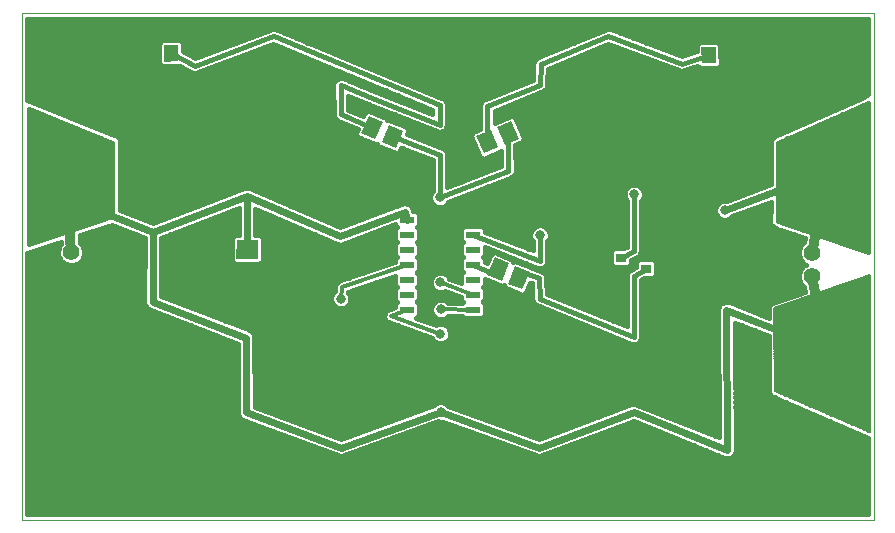
<source format=gtl>
G75*
%MOIN*%
%OFA0B0*%
%FSLAX25Y25*%
%IPPOS*%
%LPD*%
%AMOC8*
5,1,8,0,0,1.08239X$1,22.5*
%
%ADD10C,0.00394*%
%ADD11R,0.06299X0.07087*%
%ADD12R,0.04724X0.05512*%
%ADD13R,0.03543X0.03150*%
%ADD14R,0.05118X0.06299*%
%ADD15R,0.04724X0.02362*%
%ADD16C,0.21500*%
%ADD17C,0.05543*%
%ADD18C,0.02400*%
%ADD19C,0.03200*%
%ADD20C,0.01600*%
%ADD21C,0.01200*%
%ADD22C,0.03200*%
%ADD23C,0.00600*%
D10*
X0013386Y0011105D02*
X0297323Y0011105D01*
X0297323Y0179954D01*
X0013386Y0179954D01*
X0013386Y0011105D01*
D11*
G36*
X0084805Y0087015D02*
X0084860Y0093311D01*
X0091945Y0093249D01*
X0091890Y0086953D01*
X0084805Y0087015D01*
G37*
G36*
X0084901Y0098039D02*
X0084956Y0104335D01*
X0092041Y0104273D01*
X0091986Y0097977D01*
X0084901Y0098039D01*
G37*
D12*
G36*
X0060743Y0169329D02*
X0065466Y0169378D01*
X0065523Y0163867D01*
X0060800Y0163818D01*
X0060743Y0169329D01*
G37*
G36*
X0048933Y0169205D02*
X0053656Y0169254D01*
X0053713Y0163743D01*
X0048990Y0163694D01*
X0048933Y0169205D01*
G37*
G36*
X0244658Y0163252D02*
X0239935Y0163186D01*
X0239858Y0168696D01*
X0244581Y0168762D01*
X0244658Y0163252D01*
G37*
G36*
X0256467Y0163417D02*
X0251744Y0163351D01*
X0251667Y0168861D01*
X0256390Y0168927D01*
X0256467Y0163417D01*
G37*
D13*
X0221359Y0102195D03*
X0213091Y0098454D03*
X0221359Y0094714D03*
D14*
G36*
X0180160Y0087869D02*
X0175436Y0089836D01*
X0177856Y0095649D01*
X0182580Y0093682D01*
X0180160Y0087869D01*
G37*
G36*
X0173254Y0090743D02*
X0168530Y0092710D01*
X0170950Y0098523D01*
X0175674Y0096556D01*
X0173254Y0090743D01*
G37*
G36*
X0164907Y0138991D02*
X0169610Y0141007D01*
X0172091Y0135219D01*
X0167388Y0133203D01*
X0164907Y0138991D01*
G37*
G36*
X0171783Y0141937D02*
X0176486Y0143953D01*
X0178967Y0138165D01*
X0174264Y0136149D01*
X0171783Y0141937D01*
G37*
G36*
X0135794Y0142761D02*
X0140493Y0140736D01*
X0138002Y0134953D01*
X0133303Y0136978D01*
X0135794Y0142761D01*
G37*
G36*
X0128924Y0145720D02*
X0133623Y0143695D01*
X0131132Y0137912D01*
X0126433Y0139937D01*
X0128924Y0145720D01*
G37*
D15*
X0141657Y0111131D03*
X0141657Y0106131D03*
X0141657Y0101131D03*
X0141657Y0096131D03*
X0141657Y0091131D03*
X0141657Y0086131D03*
X0141657Y0081131D03*
X0163704Y0081131D03*
X0163704Y0086131D03*
X0163704Y0091131D03*
X0163704Y0096131D03*
X0163704Y0101131D03*
X0163704Y0106131D03*
X0163704Y0111131D03*
D16*
X0281394Y0124699D03*
X0281537Y0067175D03*
X0028696Y0067095D03*
X0028101Y0124812D03*
D17*
X0029859Y0100283D03*
X0029859Y0092409D03*
X0276620Y0092218D03*
X0276620Y0100092D03*
D18*
X0275336Y0124561D02*
X0247715Y0114291D01*
X0275336Y0124561D02*
X0281394Y0124699D01*
X0276286Y0070061D02*
X0248229Y0080912D01*
X0248537Y0034391D01*
X0217363Y0046920D01*
X0185699Y0035128D01*
X0153028Y0046978D01*
X0153053Y0047165D01*
X0119670Y0035128D01*
X0088209Y0046844D01*
X0088093Y0071729D01*
X0056937Y0083784D01*
X0057074Y0107071D01*
X0029919Y0117526D01*
X0057074Y0107071D02*
X0088335Y0118924D01*
X0119443Y0105626D01*
X0141007Y0113775D01*
X0141657Y0111131D01*
X0088356Y0118925D02*
X0088471Y0101156D01*
X0029859Y0092409D02*
X0028696Y0067095D01*
X0276286Y0070061D02*
X0281537Y0067175D01*
D19*
X0247715Y0114291D03*
X0217474Y0119553D03*
X0186061Y0105976D03*
X0152639Y0118539D03*
X0152884Y0090214D03*
X0153030Y0081208D03*
X0152901Y0073133D03*
X0119675Y0084709D03*
X0088392Y0076545D03*
X0153028Y0046978D03*
D20*
X0150885Y0049360D02*
X0119686Y0038110D01*
X0091000Y0048793D01*
X0090896Y0071213D01*
X0090906Y0071238D01*
X0090893Y0071769D01*
X0090891Y0072299D01*
X0090880Y0072324D01*
X0090879Y0072352D01*
X0090665Y0072837D01*
X0090460Y0073326D01*
X0090440Y0073346D01*
X0090429Y0073371D01*
X0090045Y0073737D01*
X0089668Y0074110D01*
X0089643Y0074121D01*
X0089623Y0074140D01*
X0089129Y0074331D01*
X0088637Y0074532D01*
X0088610Y0074532D01*
X0059748Y0085698D01*
X0059862Y0105134D01*
X0085582Y0114886D01*
X0085640Y0105930D01*
X0084307Y0105942D01*
X0083361Y0105013D01*
X0083295Y0097388D01*
X0084224Y0096443D01*
X0092635Y0096369D01*
X0093581Y0097298D01*
X0093647Y0104923D01*
X0092718Y0105868D01*
X0091240Y0105881D01*
X0091184Y0114661D01*
X0118317Y0103063D01*
X0118798Y0102845D01*
X0118828Y0102844D01*
X0118855Y0102833D01*
X0119383Y0102827D01*
X0119912Y0102810D01*
X0119939Y0102820D01*
X0119968Y0102820D01*
X0120459Y0103017D01*
X0137694Y0109530D01*
X0137694Y0109287D01*
X0138351Y0108631D01*
X0137694Y0107975D01*
X0137694Y0104287D01*
X0138351Y0103631D01*
X0137694Y0102975D01*
X0137694Y0099287D01*
X0138351Y0098631D01*
X0137694Y0097975D01*
X0137694Y0097097D01*
X0119780Y0090945D01*
X0119343Y0090986D01*
X0118952Y0090661D01*
X0118471Y0090496D01*
X0118278Y0090102D01*
X0117941Y0089822D01*
X0117894Y0089315D01*
X0117670Y0088858D01*
X0117813Y0088444D01*
X0117703Y0087263D01*
X0116962Y0086522D01*
X0116475Y0085346D01*
X0116475Y0084073D01*
X0116962Y0082896D01*
X0117862Y0081996D01*
X0119038Y0081509D01*
X0120311Y0081509D01*
X0121487Y0081996D01*
X0122387Y0082896D01*
X0122874Y0084073D01*
X0122874Y0085346D01*
X0122387Y0086522D01*
X0122081Y0086828D01*
X0122106Y0087092D01*
X0137694Y0092445D01*
X0137694Y0089287D01*
X0138351Y0088631D01*
X0137694Y0087975D01*
X0137694Y0084287D01*
X0138351Y0083631D01*
X0137694Y0082975D01*
X0137694Y0081847D01*
X0136393Y0081298D01*
X0136337Y0081317D01*
X0135561Y0080946D01*
X0134769Y0080612D01*
X0134746Y0080557D01*
X0134693Y0080532D01*
X0134406Y0079721D01*
X0134082Y0078924D01*
X0134105Y0078869D01*
X0134086Y0078813D01*
X0134457Y0078037D01*
X0134791Y0077245D01*
X0134846Y0077222D01*
X0134872Y0077169D01*
X0135683Y0076882D01*
X0136479Y0076558D01*
X0136534Y0076581D01*
X0149975Y0071833D01*
X0150188Y0071320D01*
X0151088Y0070420D01*
X0152264Y0069933D01*
X0153537Y0069933D01*
X0154713Y0070420D01*
X0155613Y0071320D01*
X0156101Y0072496D01*
X0156101Y0073769D01*
X0155613Y0074946D01*
X0154713Y0075846D01*
X0153537Y0076333D01*
X0152264Y0076333D01*
X0151428Y0075986D01*
X0144696Y0078365D01*
X0145619Y0079287D01*
X0145619Y0082975D01*
X0144963Y0083631D01*
X0145619Y0084287D01*
X0145619Y0087975D01*
X0144963Y0088631D01*
X0145619Y0089287D01*
X0145619Y0092975D01*
X0144963Y0093631D01*
X0145619Y0094287D01*
X0145619Y0097975D01*
X0144963Y0098631D01*
X0145619Y0099287D01*
X0145619Y0102975D01*
X0144963Y0103631D01*
X0145619Y0104287D01*
X0145619Y0107975D01*
X0144963Y0108631D01*
X0145619Y0109287D01*
X0145619Y0112975D01*
X0144682Y0113912D01*
X0143857Y0113912D01*
X0143818Y0114071D01*
X0143824Y0114244D01*
X0143686Y0114607D01*
X0143594Y0114984D01*
X0143491Y0115124D01*
X0143430Y0115286D01*
X0143164Y0115569D01*
X0142935Y0115882D01*
X0142786Y0115972D01*
X0142667Y0116098D01*
X0142314Y0116258D01*
X0141982Y0116459D01*
X0141810Y0116485D01*
X0141652Y0116556D01*
X0141264Y0116569D01*
X0140881Y0116627D01*
X0140712Y0116586D01*
X0140539Y0116591D01*
X0140176Y0116454D01*
X0139799Y0116362D01*
X0139659Y0116259D01*
X0119507Y0108644D01*
X0089962Y0121273D01*
X0089927Y0121309D01*
X0089225Y0121594D01*
X0088977Y0121706D01*
X0088949Y0121707D01*
X0088924Y0121717D01*
X0088921Y0121717D01*
X0088895Y0121728D01*
X0088352Y0121725D01*
X0087863Y0121739D01*
X0087838Y0121730D01*
X0087810Y0121730D01*
X0087788Y0121721D01*
X0087781Y0121721D01*
X0087658Y0121669D01*
X0087318Y0121533D01*
X0057081Y0110068D01*
X0046172Y0114269D01*
X0046172Y0136122D01*
X0046176Y0136130D01*
X0046172Y0136678D01*
X0046172Y0137226D01*
X0046169Y0137235D01*
X0046168Y0137244D01*
X0045956Y0137749D01*
X0045746Y0138256D01*
X0045739Y0138262D01*
X0045736Y0138271D01*
X0045346Y0138655D01*
X0044958Y0139043D01*
X0044950Y0139047D01*
X0044943Y0139053D01*
X0044436Y0139259D01*
X0043929Y0139469D01*
X0043920Y0139469D01*
X0015183Y0151160D01*
X0015183Y0178158D01*
X0295526Y0178158D01*
X0295526Y0152867D01*
X0294515Y0152287D01*
X0294129Y0152118D01*
X0294123Y0152118D01*
X0293690Y0151927D01*
X0293259Y0151739D01*
X0293255Y0151734D01*
X0264447Y0139000D01*
X0264026Y0138823D01*
X0264010Y0138808D01*
X0263991Y0138799D01*
X0263676Y0138468D01*
X0263459Y0138250D01*
X0263081Y0138086D01*
X0263077Y0137461D01*
X0262995Y0137259D01*
X0262995Y0137238D01*
X0262987Y0137218D01*
X0262998Y0136761D01*
X0263033Y0130925D01*
X0262980Y0122954D01*
X0248287Y0117491D01*
X0247078Y0117491D01*
X0245902Y0117004D01*
X0245002Y0116104D01*
X0244515Y0114928D01*
X0244515Y0113655D01*
X0245002Y0112479D01*
X0245902Y0111578D01*
X0247078Y0111091D01*
X0248351Y0111091D01*
X0249527Y0111578D01*
X0250163Y0112214D01*
X0262940Y0116965D01*
X0262889Y0109294D01*
X0263677Y0109030D01*
X0263919Y0108817D01*
X0264210Y0108530D01*
X0264276Y0108503D01*
X0264329Y0108456D01*
X0264716Y0108324D01*
X0265095Y0108170D01*
X0265165Y0108170D01*
X0274320Y0105039D01*
X0274064Y0103719D01*
X0272914Y0102569D01*
X0272248Y0100962D01*
X0272248Y0099223D01*
X0272914Y0097616D01*
X0274144Y0096386D01*
X0274701Y0096155D01*
X0274144Y0095924D01*
X0272914Y0094695D01*
X0272248Y0093088D01*
X0272248Y0091349D01*
X0272914Y0089742D01*
X0274073Y0088583D01*
X0274362Y0087110D01*
X0263855Y0083474D01*
X0263388Y0083474D01*
X0263141Y0083226D01*
X0262810Y0083112D01*
X0262606Y0082691D01*
X0262275Y0082361D01*
X0262275Y0082281D01*
X0262272Y0082278D01*
X0262273Y0082006D01*
X0262122Y0081696D01*
X0262275Y0081254D01*
X0262275Y0080712D01*
X0262278Y0080709D01*
X0262287Y0078477D01*
X0249262Y0083515D01*
X0248768Y0083716D01*
X0248743Y0083716D01*
X0248720Y0083725D01*
X0248187Y0083712D01*
X0247654Y0083708D01*
X0247631Y0083699D01*
X0247606Y0083698D01*
X0247119Y0083483D01*
X0246628Y0083275D01*
X0246610Y0083258D01*
X0246588Y0083248D01*
X0246220Y0082862D01*
X0245845Y0082483D01*
X0245836Y0082460D01*
X0245819Y0082442D01*
X0245627Y0081944D01*
X0245426Y0081451D01*
X0245426Y0081426D01*
X0245417Y0081403D01*
X0245430Y0080870D01*
X0245709Y0038545D01*
X0218468Y0049493D01*
X0218021Y0049698D01*
X0217954Y0049700D01*
X0217891Y0049725D01*
X0217399Y0049720D01*
X0216908Y0049738D01*
X0216845Y0049714D01*
X0216777Y0049714D01*
X0216325Y0049521D01*
X0185686Y0038111D01*
X0155456Y0049076D01*
X0154841Y0049691D01*
X0153665Y0050178D01*
X0152392Y0050178D01*
X0151216Y0049691D01*
X0150885Y0049360D01*
X0148994Y0048678D02*
X0091307Y0048678D01*
X0090993Y0050277D02*
X0245632Y0050277D01*
X0245621Y0051875D02*
X0090985Y0051875D01*
X0090978Y0053474D02*
X0245611Y0053474D01*
X0245600Y0055072D02*
X0090971Y0055072D01*
X0090963Y0056671D02*
X0245590Y0056671D01*
X0245579Y0058269D02*
X0090956Y0058269D01*
X0090948Y0059868D02*
X0245568Y0059868D01*
X0245558Y0061466D02*
X0090941Y0061466D01*
X0090933Y0063065D02*
X0245547Y0063065D01*
X0245537Y0064663D02*
X0090926Y0064663D01*
X0090919Y0066262D02*
X0245526Y0066262D01*
X0245516Y0067860D02*
X0090911Y0067860D01*
X0090904Y0069459D02*
X0245505Y0069459D01*
X0245495Y0071057D02*
X0219559Y0071057D01*
X0219569Y0071082D02*
X0219748Y0071514D01*
X0219748Y0071523D01*
X0219752Y0071531D01*
X0219749Y0072001D01*
X0219764Y0090958D01*
X0220733Y0091539D01*
X0223793Y0091539D01*
X0224730Y0092477D01*
X0224730Y0096952D01*
X0223793Y0097889D01*
X0218924Y0097889D01*
X0217987Y0096952D01*
X0217987Y0095490D01*
X0216283Y0094467D01*
X0216007Y0094353D01*
X0215877Y0094223D01*
X0215720Y0094129D01*
X0215543Y0093889D01*
X0215331Y0093678D01*
X0215261Y0093509D01*
X0215152Y0093362D01*
X0215080Y0093072D01*
X0214965Y0092796D01*
X0214965Y0092613D01*
X0214921Y0092436D01*
X0214965Y0092140D01*
X0214952Y0075561D01*
X0188317Y0086404D01*
X0188214Y0091120D01*
X0188214Y0091121D01*
X0188203Y0091604D01*
X0188193Y0092074D01*
X0188192Y0092074D01*
X0188192Y0092075D01*
X0187998Y0092516D01*
X0187808Y0092948D01*
X0187808Y0092948D01*
X0187807Y0092949D01*
X0187467Y0093274D01*
X0187118Y0093608D01*
X0187117Y0093609D01*
X0186676Y0093780D01*
X0186229Y0093954D01*
X0186228Y0093954D01*
X0183813Y0094891D01*
X0183807Y0094905D01*
X0177859Y0097382D01*
X0177181Y0097102D01*
X0176902Y0097780D01*
X0170953Y0100256D01*
X0169727Y0099751D01*
X0168444Y0096668D01*
X0167666Y0097011D01*
X0167666Y0097975D01*
X0167010Y0098631D01*
X0167666Y0099287D01*
X0167666Y0101992D01*
X0185130Y0095115D01*
X0185548Y0094941D01*
X0185574Y0094941D01*
X0185598Y0094931D01*
X0186050Y0094939D01*
X0186502Y0094938D01*
X0186526Y0094947D01*
X0186552Y0094948D01*
X0186967Y0095128D01*
X0187386Y0095300D01*
X0187404Y0095318D01*
X0187428Y0095329D01*
X0187742Y0095654D01*
X0188063Y0095973D01*
X0188073Y0095997D01*
X0188091Y0096016D01*
X0188257Y0096436D01*
X0188431Y0096854D01*
X0188431Y0096880D01*
X0188441Y0096904D01*
X0188433Y0097356D01*
X0188454Y0103844D01*
X0188774Y0104163D01*
X0189261Y0105339D01*
X0189261Y0106612D01*
X0188774Y0107789D01*
X0187873Y0108689D01*
X0186697Y0109176D01*
X0185424Y0109176D01*
X0184248Y0108689D01*
X0183348Y0107789D01*
X0182861Y0106612D01*
X0182861Y0105339D01*
X0183348Y0104163D01*
X0183654Y0103857D01*
X0183644Y0100859D01*
X0167666Y0107150D01*
X0167666Y0107975D01*
X0166729Y0108912D01*
X0160679Y0108912D01*
X0159742Y0107975D01*
X0159742Y0104287D01*
X0160398Y0103631D01*
X0159742Y0102975D01*
X0159742Y0099287D01*
X0160398Y0098631D01*
X0159742Y0097975D01*
X0159742Y0094287D01*
X0160398Y0093631D01*
X0159742Y0092975D01*
X0159742Y0089978D01*
X0155835Y0091452D01*
X0155597Y0092027D01*
X0154697Y0092927D01*
X0153520Y0093414D01*
X0152247Y0093414D01*
X0151071Y0092927D01*
X0150171Y0092027D01*
X0149684Y0090851D01*
X0149684Y0089578D01*
X0150171Y0088402D01*
X0151071Y0087502D01*
X0152247Y0087014D01*
X0153520Y0087014D01*
X0154289Y0087333D01*
X0159742Y0085275D01*
X0159742Y0084287D01*
X0160398Y0083631D01*
X0160124Y0083357D01*
X0155372Y0083391D01*
X0154843Y0083921D01*
X0153666Y0084408D01*
X0152393Y0084408D01*
X0151217Y0083921D01*
X0150317Y0083020D01*
X0149830Y0081844D01*
X0149830Y0080571D01*
X0150317Y0079395D01*
X0151217Y0078495D01*
X0152393Y0078008D01*
X0153666Y0078008D01*
X0154843Y0078495D01*
X0155339Y0078991D01*
X0160072Y0078957D01*
X0160679Y0078350D01*
X0166729Y0078350D01*
X0167666Y0079287D01*
X0167666Y0082975D01*
X0167010Y0083631D01*
X0167666Y0084287D01*
X0167666Y0087975D01*
X0167010Y0088631D01*
X0167666Y0089287D01*
X0167666Y0091335D01*
X0173251Y0089010D01*
X0173929Y0089290D01*
X0174208Y0088612D01*
X0180157Y0086136D01*
X0181382Y0086641D01*
X0182832Y0090123D01*
X0183439Y0089887D01*
X0183552Y0084742D01*
X0183555Y0084283D01*
X0183563Y0084265D01*
X0183563Y0084245D01*
X0183748Y0083825D01*
X0183926Y0083403D01*
X0183940Y0083390D01*
X0183948Y0083372D01*
X0184279Y0083054D01*
X0184605Y0082732D01*
X0184623Y0082725D01*
X0184637Y0082711D01*
X0185065Y0082545D01*
X0216438Y0069773D01*
X0216869Y0069594D01*
X0216878Y0069594D01*
X0216886Y0069591D01*
X0217356Y0069594D01*
X0217824Y0069593D01*
X0217832Y0069597D01*
X0217841Y0069597D01*
X0218273Y0069779D01*
X0218707Y0069958D01*
X0218713Y0069964D01*
X0218721Y0069967D01*
X0219050Y0070301D01*
X0219382Y0070633D01*
X0219386Y0070640D01*
X0219392Y0070647D01*
X0219569Y0071082D01*
X0219749Y0072656D02*
X0245484Y0072656D01*
X0245473Y0074255D02*
X0219751Y0074255D01*
X0219752Y0075853D02*
X0245463Y0075853D01*
X0245452Y0077452D02*
X0219753Y0077452D01*
X0219754Y0079050D02*
X0245442Y0079050D01*
X0245431Y0080649D02*
X0219756Y0080649D01*
X0219757Y0082247D02*
X0245744Y0082247D01*
X0252540Y0082247D02*
X0262272Y0082247D01*
X0262278Y0080649D02*
X0256674Y0080649D01*
X0260807Y0079050D02*
X0262285Y0079050D01*
X0264930Y0083846D02*
X0219758Y0083846D01*
X0219759Y0085444D02*
X0269548Y0085444D01*
X0274166Y0087043D02*
X0219761Y0087043D01*
X0219762Y0088641D02*
X0274015Y0088641D01*
X0272708Y0090240D02*
X0219763Y0090240D01*
X0214963Y0090240D02*
X0188233Y0090240D01*
X0188198Y0091838D02*
X0214964Y0091838D01*
X0215207Y0093437D02*
X0187297Y0093437D01*
X0187118Y0093608D02*
X0187118Y0093608D01*
X0186753Y0095035D02*
X0217230Y0095035D01*
X0216463Y0096217D02*
X0215525Y0095280D01*
X0210657Y0095280D01*
X0209719Y0096217D01*
X0209719Y0100692D01*
X0210657Y0101629D01*
X0213945Y0101629D01*
X0214930Y0102154D01*
X0215056Y0117445D01*
X0214761Y0117740D01*
X0214274Y0118916D01*
X0214274Y0120189D01*
X0214761Y0121366D01*
X0215661Y0122266D01*
X0216837Y0122753D01*
X0218110Y0122753D01*
X0219286Y0122266D01*
X0220186Y0121366D01*
X0220674Y0120189D01*
X0220674Y0118916D01*
X0220186Y0117740D01*
X0219856Y0117410D01*
X0219719Y0100814D01*
X0219753Y0100465D01*
X0219715Y0100340D01*
X0219714Y0100210D01*
X0219577Y0099887D01*
X0219474Y0099552D01*
X0219392Y0099451D01*
X0219341Y0099331D01*
X0219091Y0099085D01*
X0218868Y0098814D01*
X0218753Y0098753D01*
X0218660Y0098662D01*
X0218335Y0098530D01*
X0216463Y0097532D01*
X0216463Y0096217D01*
X0216463Y0096634D02*
X0217987Y0096634D01*
X0217776Y0098232D02*
X0272659Y0098232D01*
X0272248Y0099831D02*
X0219559Y0099831D01*
X0219724Y0101429D02*
X0272442Y0101429D01*
X0273373Y0103028D02*
X0219737Y0103028D01*
X0219750Y0104626D02*
X0274240Y0104626D01*
X0270853Y0106225D02*
X0219763Y0106225D01*
X0219777Y0107823D02*
X0266179Y0107823D01*
X0265557Y0110573D02*
X0265398Y0136797D01*
X0294656Y0149730D01*
X0295526Y0150110D01*
X0295526Y0100322D01*
X0265557Y0110573D01*
X0265555Y0111020D02*
X0295526Y0111020D01*
X0295526Y0109422D02*
X0268922Y0109422D01*
X0265545Y0112619D02*
X0295526Y0112619D01*
X0295526Y0114217D02*
X0265535Y0114217D01*
X0265525Y0115816D02*
X0295526Y0115816D01*
X0295526Y0117414D02*
X0265516Y0117414D01*
X0265506Y0119013D02*
X0295526Y0119013D01*
X0295526Y0120611D02*
X0265496Y0120611D01*
X0265487Y0122210D02*
X0295526Y0122210D01*
X0295526Y0123808D02*
X0265477Y0123808D01*
X0265467Y0125407D02*
X0295526Y0125407D01*
X0295526Y0127005D02*
X0265457Y0127005D01*
X0265448Y0128604D02*
X0295526Y0128604D01*
X0295526Y0130202D02*
X0265438Y0130202D01*
X0265428Y0131801D02*
X0295526Y0131801D01*
X0295526Y0133399D02*
X0265418Y0133399D01*
X0265409Y0134998D02*
X0295526Y0134998D01*
X0295526Y0136596D02*
X0265399Y0136596D01*
X0262999Y0136596D02*
X0179371Y0136596D01*
X0180207Y0136955D02*
X0180699Y0138186D01*
X0177696Y0145194D01*
X0176465Y0145686D01*
X0170919Y0143309D01*
X0170931Y0147459D01*
X0186984Y0153927D01*
X0187414Y0154093D01*
X0187426Y0154105D01*
X0187443Y0154112D01*
X0187772Y0154434D01*
X0188105Y0154752D01*
X0188112Y0154768D01*
X0188124Y0154780D01*
X0188305Y0155204D01*
X0188491Y0155625D01*
X0188491Y0155643D01*
X0188498Y0155659D01*
X0188503Y0156119D01*
X0188627Y0161358D01*
X0208798Y0169723D01*
X0232362Y0160940D01*
X0232658Y0160788D01*
X0232806Y0160775D01*
X0232946Y0160723D01*
X0233278Y0160735D01*
X0233609Y0160707D01*
X0233751Y0160752D01*
X0233900Y0160757D01*
X0234202Y0160895D01*
X0238567Y0162283D01*
X0239294Y0161577D01*
X0245343Y0161661D01*
X0246267Y0162611D01*
X0246172Y0169448D01*
X0245221Y0170372D01*
X0239172Y0170288D01*
X0238248Y0169337D01*
X0238278Y0167227D01*
X0233399Y0165677D01*
X0209630Y0174536D01*
X0209228Y0174702D01*
X0209184Y0174702D01*
X0209142Y0174717D01*
X0208708Y0174702D01*
X0208273Y0174702D01*
X0208232Y0174685D01*
X0208188Y0174683D01*
X0207793Y0174502D01*
X0185372Y0165205D01*
X0184954Y0165043D01*
X0184932Y0165022D01*
X0184905Y0165011D01*
X0184588Y0164694D01*
X0184263Y0164384D01*
X0184251Y0164357D01*
X0184230Y0164336D01*
X0184058Y0163921D01*
X0183877Y0163511D01*
X0183876Y0163481D01*
X0183865Y0163453D01*
X0183865Y0163005D01*
X0183741Y0157795D01*
X0168075Y0151483D01*
X0168066Y0151483D01*
X0167632Y0151305D01*
X0167197Y0151129D01*
X0167191Y0151123D01*
X0167183Y0151120D01*
X0166851Y0150790D01*
X0166515Y0150461D01*
X0166512Y0150453D01*
X0166506Y0150447D01*
X0166325Y0150014D01*
X0166141Y0149582D01*
X0166141Y0149574D01*
X0166138Y0149566D01*
X0166136Y0149097D01*
X0166132Y0148627D01*
X0166135Y0148620D01*
X0166112Y0141249D01*
X0163667Y0140201D01*
X0163175Y0138970D01*
X0166179Y0131962D01*
X0167409Y0131470D01*
X0173072Y0133897D01*
X0173148Y0129048D01*
X0155078Y0122056D01*
X0155193Y0132286D01*
X0155210Y0132329D01*
X0155199Y0132762D01*
X0155204Y0133195D01*
X0155186Y0133238D01*
X0155185Y0133284D01*
X0155009Y0133679D01*
X0154848Y0134081D01*
X0154816Y0134114D01*
X0154797Y0134156D01*
X0154483Y0134454D01*
X0154181Y0134764D01*
X0154138Y0134782D01*
X0154105Y0134814D01*
X0153701Y0134969D01*
X0153303Y0135139D01*
X0153257Y0135140D01*
X0141733Y0139570D01*
X0142226Y0140713D01*
X0141736Y0141945D01*
X0135818Y0144494D01*
X0135136Y0144223D01*
X0134865Y0144904D01*
X0128947Y0147453D01*
X0127716Y0146962D01*
X0127152Y0145653D01*
X0122059Y0147826D01*
X0122027Y0152394D01*
X0128596Y0149757D01*
X0128600Y0149753D01*
X0129039Y0149579D01*
X0129477Y0149403D01*
X0129482Y0149403D01*
X0151700Y0140595D01*
X0152118Y0140419D01*
X0152143Y0140419D01*
X0152167Y0140410D01*
X0152620Y0140416D01*
X0153072Y0140414D01*
X0153096Y0140424D01*
X0153122Y0140424D01*
X0153537Y0140604D01*
X0153956Y0140775D01*
X0153975Y0140793D01*
X0153998Y0140803D01*
X0154313Y0141128D01*
X0154635Y0141446D01*
X0154645Y0141470D01*
X0154663Y0141488D01*
X0154830Y0141909D01*
X0155005Y0142326D01*
X0155005Y0142352D01*
X0155015Y0142376D01*
X0155008Y0142829D01*
X0155040Y0148927D01*
X0155044Y0148935D01*
X0155043Y0149405D01*
X0155045Y0149872D01*
X0155042Y0149881D01*
X0155042Y0149890D01*
X0154861Y0150323D01*
X0154685Y0150756D01*
X0154678Y0150763D01*
X0154675Y0150771D01*
X0154343Y0151102D01*
X0154013Y0151435D01*
X0154005Y0151439D01*
X0153998Y0151445D01*
X0153565Y0151623D01*
X0153133Y0151805D01*
X0153124Y0151805D01*
X0098746Y0174204D01*
X0098637Y0174321D01*
X0098455Y0174402D01*
X0098296Y0174524D01*
X0098024Y0174596D01*
X0097766Y0174712D01*
X0097567Y0174718D01*
X0097374Y0174770D01*
X0097094Y0174732D01*
X0096812Y0174741D01*
X0096625Y0174670D01*
X0096427Y0174644D01*
X0096183Y0174502D01*
X0071138Y0164993D01*
X0067089Y0167185D01*
X0067059Y0170058D01*
X0066112Y0170985D01*
X0060063Y0170922D01*
X0059135Y0169975D01*
X0059207Y0163138D01*
X0060154Y0162210D01*
X0066081Y0162273D01*
X0069480Y0160433D01*
X0069542Y0160366D01*
X0069897Y0160207D01*
X0070239Y0160022D01*
X0070330Y0160012D01*
X0070413Y0159975D01*
X0070802Y0159963D01*
X0071189Y0159923D01*
X0071276Y0159949D01*
X0071367Y0159946D01*
X0071731Y0160084D01*
X0072104Y0160195D01*
X0072175Y0160253D01*
X0097069Y0169704D01*
X0150234Y0147804D01*
X0150226Y0146342D01*
X0130816Y0154038D01*
X0120500Y0158180D01*
X0120062Y0158357D01*
X0120058Y0158357D01*
X0120053Y0158359D01*
X0119579Y0158354D01*
X0119108Y0158351D01*
X0119103Y0158349D01*
X0119098Y0158349D01*
X0118664Y0158163D01*
X0118228Y0157979D01*
X0118225Y0157976D01*
X0118220Y0157974D01*
X0117891Y0157637D01*
X0117558Y0157299D01*
X0117556Y0157295D01*
X0117553Y0157291D01*
X0117376Y0156853D01*
X0117199Y0156415D01*
X0117199Y0156410D01*
X0117197Y0156405D01*
X0117202Y0155931D01*
X0117270Y0146240D01*
X0117265Y0145784D01*
X0117274Y0145763D01*
X0117274Y0145741D01*
X0117451Y0145321D01*
X0117621Y0144898D01*
X0117637Y0144882D01*
X0117645Y0144862D01*
X0117970Y0144542D01*
X0118289Y0144216D01*
X0118310Y0144207D01*
X0118325Y0144192D01*
X0118748Y0144020D01*
X0125253Y0141244D01*
X0124700Y0139960D01*
X0125190Y0138728D01*
X0131108Y0136179D01*
X0131789Y0136450D01*
X0132060Y0135769D01*
X0137978Y0133221D01*
X0139210Y0133711D01*
X0139833Y0135158D01*
X0150380Y0131103D01*
X0150263Y0120688D01*
X0149926Y0120351D01*
X0149439Y0119175D01*
X0149439Y0117902D01*
X0149926Y0116726D01*
X0150826Y0115826D01*
X0152002Y0115339D01*
X0153275Y0115339D01*
X0154451Y0115826D01*
X0155352Y0116726D01*
X0155494Y0117070D01*
X0176041Y0125020D01*
X0176090Y0125021D01*
X0176484Y0125192D01*
X0176886Y0125347D01*
X0176921Y0125381D01*
X0176966Y0125400D01*
X0177265Y0125709D01*
X0177577Y0126006D01*
X0177596Y0126051D01*
X0177630Y0126086D01*
X0177789Y0126486D01*
X0177963Y0126880D01*
X0177964Y0126928D01*
X0177982Y0126974D01*
X0177975Y0127404D01*
X0177985Y0127834D01*
X0177967Y0127880D01*
X0177840Y0135941D01*
X0180207Y0136955D01*
X0180696Y0138195D02*
X0263333Y0138195D01*
X0263009Y0134998D02*
X0177855Y0134998D01*
X0177880Y0133399D02*
X0263018Y0133399D01*
X0263028Y0131801D02*
X0177905Y0131801D01*
X0177931Y0130202D02*
X0263029Y0130202D01*
X0263018Y0128604D02*
X0177956Y0128604D01*
X0177981Y0127005D02*
X0263007Y0127005D01*
X0262997Y0125407D02*
X0176972Y0125407D01*
X0175574Y0127413D02*
X0152639Y0118539D01*
X0152798Y0132745D01*
X0136898Y0138857D01*
X0139308Y0142991D02*
X0145657Y0142991D01*
X0141956Y0141392D02*
X0149689Y0141392D01*
X0152608Y0142817D02*
X0129928Y0151808D01*
X0119602Y0155954D01*
X0119670Y0146236D01*
X0130028Y0141816D01*
X0126428Y0138195D02*
X0045771Y0138195D01*
X0046173Y0136596D02*
X0130139Y0136596D01*
X0133851Y0134998D02*
X0046172Y0134998D01*
X0046172Y0133399D02*
X0137563Y0133399D01*
X0138428Y0133399D02*
X0144407Y0133399D01*
X0148565Y0131801D02*
X0046172Y0131801D01*
X0046172Y0130202D02*
X0150370Y0130202D01*
X0150352Y0128604D02*
X0046172Y0128604D01*
X0046172Y0127005D02*
X0150334Y0127005D01*
X0150316Y0125407D02*
X0046172Y0125407D01*
X0046172Y0123808D02*
X0150298Y0123808D01*
X0150280Y0122210D02*
X0046172Y0122210D01*
X0046172Y0120611D02*
X0084888Y0120611D01*
X0088335Y0118924D02*
X0088471Y0101156D01*
X0083330Y0101429D02*
X0059841Y0101429D01*
X0059831Y0099831D02*
X0083316Y0099831D01*
X0083302Y0098232D02*
X0059822Y0098232D01*
X0059812Y0096634D02*
X0084036Y0096634D01*
X0083344Y0103028D02*
X0059850Y0103028D01*
X0059859Y0104626D02*
X0083358Y0104626D01*
X0085638Y0106225D02*
X0062739Y0106225D01*
X0066955Y0107823D02*
X0085628Y0107823D01*
X0085618Y0109422D02*
X0071172Y0109422D01*
X0075388Y0111020D02*
X0085607Y0111020D01*
X0085597Y0112619D02*
X0079604Y0112619D01*
X0083820Y0114217D02*
X0085587Y0114217D01*
X0091187Y0114217D02*
X0092222Y0114217D01*
X0091197Y0112619D02*
X0095962Y0112619D01*
X0099701Y0111020D02*
X0091207Y0111020D01*
X0091218Y0109422D02*
X0103440Y0109422D01*
X0107180Y0107823D02*
X0091228Y0107823D01*
X0091238Y0106225D02*
X0110919Y0106225D01*
X0114659Y0104626D02*
X0093645Y0104626D01*
X0093631Y0103028D02*
X0118394Y0103028D01*
X0120487Y0103028D02*
X0137747Y0103028D01*
X0137694Y0104626D02*
X0124718Y0104626D01*
X0128948Y0106225D02*
X0137694Y0106225D01*
X0137694Y0107823D02*
X0133178Y0107823D01*
X0137408Y0109422D02*
X0137694Y0109422D01*
X0130026Y0112619D02*
X0110209Y0112619D01*
X0106469Y0114217D02*
X0134256Y0114217D01*
X0138486Y0115816D02*
X0102730Y0115816D01*
X0098990Y0117414D02*
X0149641Y0117414D01*
X0149439Y0119013D02*
X0095251Y0119013D01*
X0091511Y0120611D02*
X0150186Y0120611D01*
X0155080Y0122210D02*
X0155476Y0122210D01*
X0155098Y0123808D02*
X0159607Y0123808D01*
X0163738Y0125407D02*
X0155116Y0125407D01*
X0155134Y0127005D02*
X0167870Y0127005D01*
X0172001Y0128604D02*
X0155152Y0128604D01*
X0155170Y0130202D02*
X0173130Y0130202D01*
X0173105Y0131801D02*
X0168182Y0131801D01*
X0166582Y0131801D02*
X0155188Y0131801D01*
X0155134Y0133399D02*
X0165563Y0133399D01*
X0164877Y0134998D02*
X0153633Y0134998D01*
X0149467Y0136596D02*
X0164192Y0136596D01*
X0163507Y0138195D02*
X0145309Y0138195D01*
X0141829Y0139793D02*
X0163504Y0139793D01*
X0166113Y0141392D02*
X0154580Y0141392D01*
X0155009Y0142991D02*
X0166118Y0142991D01*
X0166122Y0144589D02*
X0155017Y0144589D01*
X0155026Y0146188D02*
X0166127Y0146188D01*
X0166132Y0147786D02*
X0155034Y0147786D01*
X0155043Y0149385D02*
X0166137Y0149385D01*
X0167045Y0150983D02*
X0154462Y0150983D01*
X0152643Y0149408D02*
X0152608Y0142817D01*
X0150234Y0147786D02*
X0146585Y0147786D01*
X0146398Y0149385D02*
X0142553Y0149385D01*
X0142517Y0150983D02*
X0138522Y0150983D01*
X0138636Y0152582D02*
X0134490Y0152582D01*
X0134756Y0154180D02*
X0130462Y0154180D01*
X0130875Y0155779D02*
X0126481Y0155779D01*
X0126995Y0157377D02*
X0122499Y0157377D01*
X0123114Y0158976D02*
X0015183Y0158976D01*
X0015183Y0160574D02*
X0069219Y0160574D01*
X0070962Y0162360D02*
X0097217Y0172328D01*
X0097285Y0172211D01*
X0152643Y0149408D01*
X0151239Y0152582D02*
X0170801Y0152582D01*
X0168536Y0149081D02*
X0186103Y0156159D01*
X0186265Y0162977D01*
X0208752Y0172302D01*
X0233337Y0163139D01*
X0242258Y0165974D01*
X0246229Y0165370D02*
X0295526Y0165370D01*
X0295526Y0166968D02*
X0246206Y0166968D01*
X0246184Y0168567D02*
X0295526Y0168567D01*
X0295526Y0170165D02*
X0245434Y0170165D01*
X0239053Y0170165D02*
X0221356Y0170165D01*
X0225645Y0168567D02*
X0238259Y0168567D01*
X0237462Y0166968D02*
X0229934Y0166968D01*
X0229057Y0162173D02*
X0190591Y0162173D01*
X0188608Y0160574D02*
X0295526Y0160574D01*
X0295526Y0158976D02*
X0188571Y0158976D01*
X0188533Y0157377D02*
X0295526Y0157377D01*
X0295526Y0155779D02*
X0188499Y0155779D01*
X0187512Y0154180D02*
X0295526Y0154180D01*
X0295029Y0152582D02*
X0183645Y0152582D01*
X0179678Y0150983D02*
X0291555Y0150983D01*
X0293875Y0149385D02*
X0295526Y0149385D01*
X0295526Y0147786D02*
X0290259Y0147786D01*
X0287939Y0149385D02*
X0175710Y0149385D01*
X0171743Y0147786D02*
X0284322Y0147786D01*
X0286642Y0146188D02*
X0295526Y0146188D01*
X0295526Y0144589D02*
X0283026Y0144589D01*
X0280706Y0146188D02*
X0170927Y0146188D01*
X0170922Y0144589D02*
X0173905Y0144589D01*
X0177955Y0144589D02*
X0277090Y0144589D01*
X0279410Y0142991D02*
X0295526Y0142991D01*
X0295526Y0141392D02*
X0275793Y0141392D01*
X0273474Y0142991D02*
X0178640Y0142991D01*
X0179325Y0141392D02*
X0269857Y0141392D01*
X0272177Y0139793D02*
X0295526Y0139793D01*
X0295526Y0138195D02*
X0268561Y0138195D01*
X0266241Y0139793D02*
X0180010Y0139793D01*
X0175375Y0140051D02*
X0175574Y0127413D01*
X0172908Y0123808D02*
X0262986Y0123808D01*
X0260978Y0122210D02*
X0219342Y0122210D01*
X0220499Y0120611D02*
X0256679Y0120611D01*
X0252379Y0119013D02*
X0220674Y0119013D01*
X0219861Y0117414D02*
X0246892Y0117414D01*
X0244883Y0115816D02*
X0219843Y0115816D01*
X0219830Y0114217D02*
X0244515Y0114217D01*
X0244944Y0112619D02*
X0219816Y0112619D01*
X0219803Y0111020D02*
X0262901Y0111020D01*
X0262890Y0109422D02*
X0219790Y0109422D01*
X0214990Y0109422D02*
X0145619Y0109422D01*
X0145619Y0111020D02*
X0215003Y0111020D01*
X0215016Y0112619D02*
X0145619Y0112619D01*
X0143823Y0114217D02*
X0215029Y0114217D01*
X0215043Y0115816D02*
X0154427Y0115816D01*
X0156383Y0117414D02*
X0215056Y0117414D01*
X0214274Y0119013D02*
X0160515Y0119013D01*
X0164646Y0120611D02*
X0214448Y0120611D01*
X0215605Y0122210D02*
X0168777Y0122210D01*
X0171911Y0133399D02*
X0173080Y0133399D01*
X0168499Y0137105D02*
X0168536Y0149081D01*
X0174769Y0154180D02*
X0147358Y0154180D01*
X0143478Y0155779D02*
X0178736Y0155779D01*
X0182703Y0157377D02*
X0139597Y0157377D01*
X0135717Y0158976D02*
X0183769Y0158976D01*
X0183807Y0160574D02*
X0131836Y0160574D01*
X0127955Y0162173D02*
X0183845Y0162173D01*
X0183992Y0163771D02*
X0124075Y0163771D01*
X0120194Y0165370D02*
X0185770Y0165370D01*
X0189624Y0166968D02*
X0116313Y0166968D01*
X0112433Y0168567D02*
X0193479Y0168567D01*
X0197334Y0170165D02*
X0108552Y0170165D01*
X0104672Y0171764D02*
X0201189Y0171764D01*
X0205044Y0173362D02*
X0100791Y0173362D01*
X0093181Y0173362D02*
X0015183Y0173362D01*
X0015183Y0171764D02*
X0088970Y0171764D01*
X0084760Y0170165D02*
X0066949Y0170165D01*
X0067075Y0168567D02*
X0080549Y0168567D01*
X0085652Y0165370D02*
X0107592Y0165370D01*
X0111472Y0163771D02*
X0081442Y0163771D01*
X0077231Y0162173D02*
X0115353Y0162173D01*
X0119233Y0160574D02*
X0073021Y0160574D01*
X0070962Y0162360D02*
X0063133Y0166598D01*
X0059167Y0166968D02*
X0015183Y0166968D01*
X0015183Y0165370D02*
X0059183Y0165370D01*
X0059200Y0163771D02*
X0015183Y0163771D01*
X0015183Y0162173D02*
X0066266Y0162173D01*
X0067490Y0166968D02*
X0076339Y0166968D01*
X0072129Y0165370D02*
X0070443Y0165370D01*
X0059150Y0168567D02*
X0015183Y0168567D01*
X0015183Y0170165D02*
X0059322Y0170165D01*
X0089863Y0166968D02*
X0103711Y0166968D01*
X0099830Y0168567D02*
X0094073Y0168567D01*
X0117634Y0157377D02*
X0015183Y0157377D01*
X0015183Y0155779D02*
X0117203Y0155779D01*
X0117214Y0154180D02*
X0015183Y0154180D01*
X0015183Y0152582D02*
X0117226Y0152582D01*
X0117237Y0150983D02*
X0015619Y0150983D01*
X0019548Y0149385D02*
X0117248Y0149385D01*
X0117259Y0147786D02*
X0023477Y0147786D01*
X0023905Y0144589D02*
X0015583Y0144589D01*
X0015583Y0142991D02*
X0027834Y0142991D01*
X0031336Y0144589D02*
X0117922Y0144589D01*
X0117270Y0146188D02*
X0027406Y0146188D01*
X0019976Y0146188D02*
X0015583Y0146188D01*
X0015583Y0147786D02*
X0016047Y0147786D01*
X0015583Y0147975D02*
X0043372Y0136669D01*
X0043372Y0112364D01*
X0015583Y0103162D01*
X0015583Y0147975D01*
X0015583Y0141392D02*
X0031764Y0141392D01*
X0035265Y0142991D02*
X0121160Y0142991D01*
X0124906Y0141392D02*
X0039194Y0141392D01*
X0035693Y0139793D02*
X0015583Y0139793D01*
X0015583Y0138195D02*
X0039622Y0138195D01*
X0043123Y0139793D02*
X0124766Y0139793D01*
X0125898Y0146188D02*
X0127382Y0146188D01*
X0129530Y0149385D02*
X0122048Y0149385D01*
X0122037Y0150983D02*
X0125542Y0150983D01*
X0122152Y0147786D02*
X0133562Y0147786D01*
X0131885Y0146188D02*
X0137594Y0146188D01*
X0134991Y0144589D02*
X0141625Y0144589D01*
X0140248Y0134998D02*
X0139764Y0134998D01*
X0142983Y0115816D02*
X0150851Y0115816D01*
X0145619Y0107823D02*
X0159742Y0107823D01*
X0159742Y0106225D02*
X0145619Y0106225D01*
X0145619Y0104626D02*
X0159742Y0104626D01*
X0159794Y0103028D02*
X0145566Y0103028D01*
X0145619Y0101429D02*
X0159742Y0101429D01*
X0159742Y0099831D02*
X0145619Y0099831D01*
X0145362Y0098232D02*
X0159999Y0098232D01*
X0159742Y0096634D02*
X0145619Y0096634D01*
X0145619Y0095035D02*
X0159742Y0095035D01*
X0160203Y0093437D02*
X0145157Y0093437D01*
X0145619Y0091838D02*
X0150093Y0091838D01*
X0149684Y0090240D02*
X0145619Y0090240D01*
X0144973Y0088641D02*
X0150072Y0088641D01*
X0152179Y0087043D02*
X0145619Y0087043D01*
X0145619Y0085444D02*
X0159294Y0085444D01*
X0160183Y0083846D02*
X0154918Y0083846D01*
X0151142Y0083846D02*
X0145177Y0083846D01*
X0145619Y0082247D02*
X0149997Y0082247D01*
X0149830Y0080649D02*
X0145619Y0080649D01*
X0145382Y0079050D02*
X0150662Y0079050D01*
X0147280Y0077452D02*
X0197577Y0077452D01*
X0193650Y0079050D02*
X0167429Y0079050D01*
X0167666Y0080649D02*
X0189724Y0080649D01*
X0185797Y0082247D02*
X0167666Y0082247D01*
X0167224Y0083846D02*
X0183739Y0083846D01*
X0183537Y0085444D02*
X0167666Y0085444D01*
X0167666Y0087043D02*
X0177978Y0087043D01*
X0181550Y0087043D02*
X0183502Y0087043D01*
X0183467Y0088641D02*
X0182215Y0088641D01*
X0179008Y0091759D02*
X0180982Y0093416D01*
X0185804Y0091544D01*
X0185952Y0084775D01*
X0217349Y0071994D01*
X0217365Y0092317D01*
X0221359Y0094714D01*
X0224730Y0095035D02*
X0273255Y0095035D01*
X0273896Y0096634D02*
X0224730Y0096634D01*
X0224730Y0093437D02*
X0272393Y0093437D01*
X0272248Y0091838D02*
X0224092Y0091838D01*
X0214962Y0088641D02*
X0188268Y0088641D01*
X0188303Y0087043D02*
X0214961Y0087043D01*
X0214959Y0085444D02*
X0190674Y0085444D01*
X0194601Y0083846D02*
X0214958Y0083846D01*
X0214957Y0082247D02*
X0198527Y0082247D01*
X0202454Y0080649D02*
X0214956Y0080649D01*
X0214954Y0079050D02*
X0206381Y0079050D01*
X0210307Y0077452D02*
X0214953Y0077452D01*
X0214952Y0075853D02*
X0214234Y0075853D01*
X0209357Y0072656D02*
X0156101Y0072656D01*
X0155900Y0074255D02*
X0205430Y0074255D01*
X0201503Y0075853D02*
X0154696Y0075853D01*
X0147646Y0072656D02*
X0090745Y0072656D01*
X0090896Y0071057D02*
X0150451Y0071057D01*
X0155351Y0071057D02*
X0213283Y0071057D01*
X0214063Y0048678D02*
X0156552Y0048678D01*
X0160959Y0047080D02*
X0209770Y0047080D01*
X0205477Y0045481D02*
X0165367Y0045481D01*
X0169774Y0043883D02*
X0201185Y0043883D01*
X0196892Y0042284D02*
X0174181Y0042284D01*
X0178589Y0040686D02*
X0192599Y0040686D01*
X0188307Y0039087D02*
X0182996Y0039087D01*
X0175386Y0035890D02*
X0130038Y0035890D01*
X0125605Y0034292D02*
X0179794Y0034292D01*
X0184201Y0032693D02*
X0121171Y0032693D01*
X0120729Y0032534D02*
X0152169Y0043870D01*
X0152392Y0043778D01*
X0153639Y0043778D01*
X0184638Y0032535D01*
X0185041Y0032350D01*
X0185158Y0032346D01*
X0185268Y0032306D01*
X0185711Y0032326D01*
X0186154Y0032310D01*
X0186264Y0032351D01*
X0186381Y0032356D01*
X0186783Y0032544D01*
X0217325Y0043918D01*
X0247488Y0031795D01*
X0247998Y0031588D01*
X0248004Y0031588D01*
X0248009Y0031586D01*
X0248561Y0031592D01*
X0249112Y0031595D01*
X0249118Y0031597D01*
X0249123Y0031598D01*
X0249631Y0031814D01*
X0250138Y0032028D01*
X0250143Y0032032D01*
X0250148Y0032035D01*
X0250534Y0032429D01*
X0250921Y0032821D01*
X0250923Y0032826D01*
X0250927Y0032831D01*
X0251133Y0033343D01*
X0251340Y0033853D01*
X0251340Y0033859D01*
X0251343Y0033864D01*
X0251337Y0034416D01*
X0251057Y0076817D01*
X0262312Y0072464D01*
X0262386Y0054349D01*
X0262231Y0053991D01*
X0262389Y0053593D01*
X0262390Y0053165D01*
X0262667Y0052890D01*
X0262811Y0052528D01*
X0263204Y0052358D01*
X0263508Y0052056D01*
X0263898Y0052058D01*
X0295526Y0038391D01*
X0295526Y0012902D01*
X0015183Y0012902D01*
X0015183Y0100080D01*
X0026399Y0103794D01*
X0026452Y0103059D01*
X0026153Y0102760D01*
X0025487Y0101153D01*
X0025487Y0099414D01*
X0026153Y0097807D01*
X0027382Y0096577D01*
X0028989Y0095912D01*
X0030728Y0095912D01*
X0032335Y0096577D01*
X0033565Y0097807D01*
X0034230Y0099414D01*
X0034230Y0101153D01*
X0033565Y0102760D01*
X0032837Y0103487D01*
X0032667Y0105869D01*
X0043276Y0109383D01*
X0054262Y0105153D01*
X0054140Y0084315D01*
X0054125Y0084275D01*
X0054137Y0083759D01*
X0054134Y0083243D01*
X0054150Y0083204D01*
X0054151Y0083161D01*
X0054359Y0082689D01*
X0054554Y0082212D01*
X0054584Y0082181D01*
X0054601Y0082142D01*
X0054974Y0081786D01*
X0055337Y0081419D01*
X0055376Y0081403D01*
X0055407Y0081373D01*
X0055888Y0081187D01*
X0056363Y0080987D01*
X0056406Y0080987D01*
X0085302Y0069807D01*
X0085406Y0047342D01*
X0085390Y0047299D01*
X0085409Y0046787D01*
X0085411Y0046274D01*
X0085429Y0046232D01*
X0085431Y0046186D01*
X0085644Y0045720D01*
X0085842Y0045247D01*
X0085875Y0045215D01*
X0085894Y0045173D01*
X0086269Y0044824D01*
X0086634Y0044463D01*
X0086676Y0044446D01*
X0086710Y0044415D01*
X0087190Y0044236D01*
X0087665Y0044042D01*
X0087710Y0044042D01*
X0118585Y0032545D01*
X0118984Y0032357D01*
X0119103Y0032352D01*
X0119215Y0032310D01*
X0119656Y0032326D01*
X0120096Y0032305D01*
X0120209Y0032346D01*
X0120328Y0032350D01*
X0120729Y0032534D01*
X0118186Y0032693D02*
X0015183Y0032693D01*
X0015183Y0031095D02*
X0295526Y0031095D01*
X0295526Y0032693D02*
X0250795Y0032693D01*
X0251338Y0034292D02*
X0295526Y0034292D01*
X0295526Y0035890D02*
X0251327Y0035890D01*
X0251316Y0037489D02*
X0295526Y0037489D01*
X0293914Y0039087D02*
X0251306Y0039087D01*
X0251295Y0040686D02*
X0290215Y0040686D01*
X0286516Y0042284D02*
X0251285Y0042284D01*
X0251274Y0043883D02*
X0282816Y0043883D01*
X0279117Y0045481D02*
X0251264Y0045481D01*
X0251253Y0047080D02*
X0275418Y0047080D01*
X0271719Y0048678D02*
X0251242Y0048678D01*
X0251232Y0050277D02*
X0268020Y0050277D01*
X0264320Y0051875D02*
X0251221Y0051875D01*
X0251211Y0053474D02*
X0262389Y0053474D01*
X0262383Y0055072D02*
X0251200Y0055072D01*
X0251190Y0056671D02*
X0262376Y0056671D01*
X0262370Y0058269D02*
X0251179Y0058269D01*
X0251169Y0059868D02*
X0262363Y0059868D01*
X0262357Y0061466D02*
X0251158Y0061466D01*
X0251147Y0063065D02*
X0262350Y0063065D01*
X0262344Y0064663D02*
X0251137Y0064663D01*
X0251126Y0066262D02*
X0262337Y0066262D01*
X0262331Y0067860D02*
X0251116Y0067860D01*
X0251105Y0069459D02*
X0262324Y0069459D01*
X0262318Y0071057D02*
X0251095Y0071057D01*
X0251084Y0072656D02*
X0261815Y0072656D01*
X0257681Y0074255D02*
X0251074Y0074255D01*
X0251063Y0075853D02*
X0253548Y0075853D01*
X0217318Y0100708D02*
X0217474Y0119553D01*
X0214977Y0107823D02*
X0188739Y0107823D01*
X0189261Y0106225D02*
X0214963Y0106225D01*
X0214950Y0104626D02*
X0188965Y0104626D01*
X0188451Y0103028D02*
X0214937Y0103028D01*
X0217318Y0100708D02*
X0213091Y0098454D01*
X0209719Y0098232D02*
X0188436Y0098232D01*
X0188441Y0099831D02*
X0209719Y0099831D01*
X0210457Y0101429D02*
X0188446Y0101429D01*
X0186033Y0097339D02*
X0186061Y0105976D01*
X0183156Y0104626D02*
X0174077Y0104626D01*
X0170017Y0106225D02*
X0182861Y0106225D01*
X0183383Y0107823D02*
X0167666Y0107823D01*
X0163704Y0106131D02*
X0186033Y0097339D01*
X0185322Y0095035D02*
X0183496Y0095035D01*
X0181274Y0096634D02*
X0179656Y0096634D01*
X0177214Y0098232D02*
X0175816Y0098232D01*
X0173154Y0099831D02*
X0171975Y0099831D01*
X0169920Y0099831D02*
X0167666Y0099831D01*
X0167666Y0101429D02*
X0169095Y0101429D01*
X0169095Y0098232D02*
X0167409Y0098232D01*
X0163704Y0096131D02*
X0171843Y0092552D01*
X0172102Y0094633D01*
X0170298Y0090240D02*
X0167666Y0090240D01*
X0167020Y0088641D02*
X0174196Y0088641D01*
X0159742Y0090240D02*
X0159048Y0090240D01*
X0159742Y0091838D02*
X0155675Y0091838D01*
X0155058Y0087043D02*
X0153588Y0087043D01*
X0138341Y0088641D02*
X0126618Y0088641D01*
X0131273Y0090240D02*
X0137694Y0090240D01*
X0137694Y0091838D02*
X0135929Y0091838D01*
X0137694Y0087043D02*
X0122101Y0087043D01*
X0122834Y0085444D02*
X0137694Y0085444D01*
X0138136Y0083846D02*
X0122780Y0083846D01*
X0121738Y0082247D02*
X0137694Y0082247D01*
X0134855Y0080649D02*
X0072800Y0080649D01*
X0068668Y0082247D02*
X0117611Y0082247D01*
X0116569Y0083846D02*
X0064537Y0083846D01*
X0060405Y0085444D02*
X0116515Y0085444D01*
X0117483Y0087043D02*
X0059756Y0087043D01*
X0059765Y0088641D02*
X0117745Y0088641D01*
X0118345Y0090240D02*
X0059775Y0090240D01*
X0059784Y0091838D02*
X0122380Y0091838D01*
X0127036Y0093437D02*
X0059794Y0093437D01*
X0059803Y0095035D02*
X0131691Y0095035D01*
X0136346Y0096634D02*
X0092904Y0096634D01*
X0093589Y0098232D02*
X0137952Y0098232D01*
X0137694Y0099831D02*
X0093603Y0099831D01*
X0093617Y0101429D02*
X0137694Y0101429D01*
X0125796Y0111020D02*
X0113948Y0111020D01*
X0117687Y0109422D02*
X0121566Y0109422D01*
X0088375Y0090132D02*
X0088392Y0076545D01*
X0089326Y0074255D02*
X0143121Y0074255D01*
X0138596Y0075853D02*
X0085195Y0075853D01*
X0081063Y0077452D02*
X0134704Y0077452D01*
X0134134Y0079050D02*
X0076932Y0079050D01*
X0073807Y0074255D02*
X0015183Y0074255D01*
X0015183Y0075853D02*
X0069675Y0075853D01*
X0065544Y0077452D02*
X0015183Y0077452D01*
X0015183Y0079050D02*
X0061412Y0079050D01*
X0057281Y0080649D02*
X0015183Y0080649D01*
X0015183Y0082247D02*
X0054539Y0082247D01*
X0054135Y0083846D02*
X0015183Y0083846D01*
X0015183Y0085444D02*
X0054147Y0085444D01*
X0054156Y0087043D02*
X0015183Y0087043D01*
X0015183Y0088641D02*
X0054165Y0088641D01*
X0054175Y0090240D02*
X0015183Y0090240D01*
X0015183Y0091838D02*
X0054184Y0091838D01*
X0054194Y0093437D02*
X0015183Y0093437D01*
X0015183Y0095035D02*
X0054203Y0095035D01*
X0054212Y0096634D02*
X0032391Y0096634D01*
X0033741Y0098232D02*
X0054222Y0098232D01*
X0054231Y0099831D02*
X0034230Y0099831D01*
X0034116Y0101429D02*
X0054241Y0101429D01*
X0054250Y0103028D02*
X0033297Y0103028D01*
X0032756Y0104626D02*
X0054259Y0104626D01*
X0051479Y0106225D02*
X0033740Y0106225D01*
X0034487Y0109422D02*
X0015583Y0109422D01*
X0015583Y0111020D02*
X0039314Y0111020D01*
X0038567Y0107823D02*
X0047327Y0107823D01*
X0050457Y0112619D02*
X0063808Y0112619D01*
X0059592Y0111020D02*
X0054609Y0111020D01*
X0046306Y0114217D02*
X0068024Y0114217D01*
X0072240Y0115816D02*
X0046172Y0115816D01*
X0046172Y0117414D02*
X0076456Y0117414D01*
X0080672Y0119013D02*
X0046172Y0119013D01*
X0043372Y0119013D02*
X0015583Y0119013D01*
X0015583Y0120611D02*
X0043372Y0120611D01*
X0043372Y0122210D02*
X0015583Y0122210D01*
X0015583Y0123808D02*
X0043372Y0123808D01*
X0043372Y0125407D02*
X0015583Y0125407D01*
X0015583Y0127005D02*
X0043372Y0127005D01*
X0043372Y0128604D02*
X0015583Y0128604D01*
X0015583Y0130202D02*
X0043372Y0130202D01*
X0043372Y0131801D02*
X0015583Y0131801D01*
X0015583Y0133399D02*
X0043372Y0133399D01*
X0043372Y0134998D02*
X0015583Y0134998D01*
X0015583Y0136596D02*
X0043372Y0136596D01*
X0028101Y0124812D02*
X0029919Y0117526D01*
X0043372Y0117414D02*
X0015583Y0117414D01*
X0015583Y0115816D02*
X0043372Y0115816D01*
X0043372Y0114217D02*
X0015583Y0114217D01*
X0015583Y0112619D02*
X0043372Y0112619D01*
X0029660Y0107823D02*
X0015583Y0107823D01*
X0015583Y0106225D02*
X0024833Y0106225D01*
X0024085Y0103028D02*
X0026421Y0103028D01*
X0025601Y0101429D02*
X0019258Y0101429D01*
X0020006Y0104626D02*
X0015583Y0104626D01*
X0015183Y0099831D02*
X0025487Y0099831D01*
X0025976Y0098232D02*
X0015183Y0098232D01*
X0015183Y0096634D02*
X0027326Y0096634D01*
X0015183Y0072656D02*
X0077938Y0072656D01*
X0082070Y0071057D02*
X0015183Y0071057D01*
X0015183Y0069459D02*
X0085304Y0069459D01*
X0085311Y0067860D02*
X0015183Y0067860D01*
X0015183Y0066262D02*
X0085319Y0066262D01*
X0085326Y0064663D02*
X0015183Y0064663D01*
X0015183Y0063065D02*
X0085333Y0063065D01*
X0085341Y0061466D02*
X0015183Y0061466D01*
X0015183Y0059868D02*
X0085348Y0059868D01*
X0085356Y0058269D02*
X0015183Y0058269D01*
X0015183Y0056671D02*
X0085363Y0056671D01*
X0085370Y0055072D02*
X0015183Y0055072D01*
X0015183Y0053474D02*
X0085378Y0053474D01*
X0085385Y0051875D02*
X0015183Y0051875D01*
X0015183Y0050277D02*
X0085393Y0050277D01*
X0085400Y0048678D02*
X0015183Y0048678D01*
X0015183Y0047080D02*
X0085398Y0047080D01*
X0085744Y0045481D02*
X0015183Y0045481D01*
X0015183Y0043883D02*
X0088138Y0043883D01*
X0092430Y0042284D02*
X0015183Y0042284D01*
X0015183Y0040686D02*
X0096723Y0040686D01*
X0101016Y0039087D02*
X0015183Y0039087D01*
X0015183Y0037489D02*
X0105308Y0037489D01*
X0109601Y0035890D02*
X0015183Y0035890D01*
X0015183Y0034292D02*
X0113894Y0034292D01*
X0117063Y0039087D02*
X0122395Y0039087D01*
X0126828Y0040686D02*
X0112770Y0040686D01*
X0108478Y0042284D02*
X0131261Y0042284D01*
X0135695Y0043883D02*
X0104185Y0043883D01*
X0099892Y0045481D02*
X0140128Y0045481D01*
X0144561Y0047080D02*
X0095600Y0047080D01*
X0134471Y0037489D02*
X0170979Y0037489D01*
X0166572Y0039087D02*
X0138904Y0039087D01*
X0143338Y0040686D02*
X0162164Y0040686D01*
X0157757Y0042284D02*
X0147771Y0042284D01*
X0187183Y0032693D02*
X0245254Y0032693D01*
X0241276Y0034292D02*
X0191476Y0034292D01*
X0195768Y0035890D02*
X0237299Y0035890D01*
X0233321Y0037489D02*
X0200061Y0037489D01*
X0204354Y0039087D02*
X0229344Y0039087D01*
X0225366Y0040686D02*
X0208646Y0040686D01*
X0212939Y0042284D02*
X0221389Y0042284D01*
X0217411Y0043883D02*
X0217232Y0043883D01*
X0220496Y0048678D02*
X0245642Y0048678D01*
X0245653Y0047080D02*
X0224474Y0047080D01*
X0228451Y0045481D02*
X0245663Y0045481D01*
X0245674Y0043883D02*
X0232429Y0043883D01*
X0236406Y0042284D02*
X0245685Y0042284D01*
X0245695Y0040686D02*
X0240384Y0040686D01*
X0244361Y0039087D02*
X0245706Y0039087D01*
X0295526Y0029496D02*
X0015183Y0029496D01*
X0015183Y0027898D02*
X0295526Y0027898D01*
X0295526Y0026299D02*
X0015183Y0026299D01*
X0015183Y0024701D02*
X0295526Y0024701D01*
X0295526Y0023102D02*
X0015183Y0023102D01*
X0015183Y0021504D02*
X0295526Y0021504D01*
X0295526Y0019905D02*
X0015183Y0019905D01*
X0015183Y0018307D02*
X0295526Y0018307D01*
X0295526Y0016708D02*
X0015183Y0016708D01*
X0015183Y0015110D02*
X0295526Y0015110D01*
X0295526Y0013511D02*
X0015183Y0013511D01*
X0178136Y0103028D02*
X0183651Y0103028D01*
X0183646Y0101429D02*
X0182196Y0101429D01*
X0188339Y0096634D02*
X0209719Y0096634D01*
X0251251Y0112619D02*
X0262911Y0112619D01*
X0262922Y0114217D02*
X0255550Y0114217D01*
X0259850Y0115816D02*
X0262933Y0115816D01*
X0273595Y0107823D02*
X0295526Y0107823D01*
X0295526Y0106225D02*
X0278268Y0106225D01*
X0282942Y0104626D02*
X0295526Y0104626D01*
X0295526Y0103028D02*
X0287615Y0103028D01*
X0292288Y0101429D02*
X0295526Y0101429D01*
X0295526Y0162173D02*
X0245841Y0162173D01*
X0246251Y0163771D02*
X0295526Y0163771D01*
X0295526Y0171764D02*
X0217067Y0171764D01*
X0212778Y0173362D02*
X0295526Y0173362D01*
X0295526Y0174961D02*
X0015183Y0174961D01*
X0015183Y0176559D02*
X0295526Y0176559D01*
X0238681Y0162173D02*
X0238220Y0162173D01*
X0224768Y0163771D02*
X0194446Y0163771D01*
X0198300Y0165370D02*
X0220479Y0165370D01*
X0216190Y0166968D02*
X0202155Y0166968D01*
X0206010Y0168567D02*
X0211901Y0168567D01*
D21*
X0165538Y0105369D02*
X0163704Y0106131D01*
X0141657Y0096131D02*
X0120047Y0088711D01*
X0119675Y0084709D01*
X0136464Y0078940D02*
X0141657Y0081131D01*
X0136464Y0078940D02*
X0152901Y0073133D01*
X0153030Y0081208D02*
X0163704Y0081131D01*
X0163704Y0086131D02*
X0152884Y0090214D01*
X0088209Y0046844D02*
X0088006Y0046920D01*
D22*
X0029859Y0100283D02*
X0028101Y0124812D01*
X0276620Y0100092D02*
X0281394Y0124699D01*
X0276620Y0092218D02*
X0281537Y0067175D01*
D23*
X0296026Y0067377D02*
X0264233Y0067377D01*
X0264235Y0066779D02*
X0296026Y0066779D01*
X0296026Y0066180D02*
X0264237Y0066180D01*
X0264240Y0065582D02*
X0296026Y0065582D01*
X0296026Y0064983D02*
X0264242Y0064983D01*
X0264245Y0064385D02*
X0296026Y0064385D01*
X0296026Y0063786D02*
X0264247Y0063786D01*
X0264250Y0063188D02*
X0296026Y0063188D01*
X0296026Y0062589D02*
X0264252Y0062589D01*
X0264255Y0061991D02*
X0296026Y0061991D01*
X0296026Y0061392D02*
X0264257Y0061392D01*
X0264259Y0060793D02*
X0296026Y0060793D01*
X0296026Y0060195D02*
X0264262Y0060195D01*
X0264264Y0059596D02*
X0296026Y0059596D01*
X0296026Y0058998D02*
X0264267Y0058998D01*
X0264269Y0058399D02*
X0296026Y0058399D01*
X0296026Y0057801D02*
X0264272Y0057801D01*
X0264274Y0057202D02*
X0296026Y0057202D01*
X0296026Y0056604D02*
X0264276Y0056604D01*
X0264279Y0056005D02*
X0296026Y0056005D01*
X0296026Y0055407D02*
X0264281Y0055407D01*
X0264284Y0054808D02*
X0296026Y0054808D01*
X0296026Y0054210D02*
X0264286Y0054210D01*
X0264287Y0053959D02*
X0296026Y0040244D01*
X0296026Y0092599D01*
X0264175Y0081574D01*
X0264175Y0081499D01*
X0264287Y0053959D01*
X0265093Y0053611D02*
X0296026Y0053611D01*
X0296026Y0053013D02*
X0266478Y0053013D01*
X0267863Y0052414D02*
X0296026Y0052414D01*
X0296026Y0051816D02*
X0269248Y0051816D01*
X0270633Y0051217D02*
X0296026Y0051217D01*
X0296026Y0050619D02*
X0272018Y0050619D01*
X0273403Y0050020D02*
X0296026Y0050020D01*
X0296026Y0049422D02*
X0274788Y0049422D01*
X0276173Y0048823D02*
X0296026Y0048823D01*
X0296026Y0048225D02*
X0277558Y0048225D01*
X0278943Y0047626D02*
X0296026Y0047626D01*
X0296026Y0047028D02*
X0280328Y0047028D01*
X0281714Y0046429D02*
X0296026Y0046429D01*
X0296026Y0045831D02*
X0283099Y0045831D01*
X0284484Y0045232D02*
X0296026Y0045232D01*
X0296026Y0044634D02*
X0285869Y0044634D01*
X0287254Y0044035D02*
X0296026Y0044035D01*
X0296026Y0043437D02*
X0288639Y0043437D01*
X0290024Y0042838D02*
X0296026Y0042838D01*
X0296026Y0042240D02*
X0291409Y0042240D01*
X0292794Y0041641D02*
X0296026Y0041641D01*
X0296026Y0041043D02*
X0294179Y0041043D01*
X0295564Y0040444D02*
X0296026Y0040444D01*
X0296026Y0067976D02*
X0264230Y0067976D01*
X0264228Y0068574D02*
X0296026Y0068574D01*
X0296026Y0069173D02*
X0264225Y0069173D01*
X0264223Y0069771D02*
X0296026Y0069771D01*
X0296026Y0070370D02*
X0264220Y0070370D01*
X0264218Y0070968D02*
X0296026Y0070968D01*
X0296026Y0071567D02*
X0264216Y0071567D01*
X0264213Y0072165D02*
X0296026Y0072165D01*
X0296026Y0072764D02*
X0264211Y0072764D01*
X0264208Y0073362D02*
X0296026Y0073362D01*
X0296026Y0073961D02*
X0264206Y0073961D01*
X0264203Y0074559D02*
X0296026Y0074559D01*
X0296026Y0075158D02*
X0264201Y0075158D01*
X0264198Y0075756D02*
X0296026Y0075756D01*
X0296026Y0076355D02*
X0264196Y0076355D01*
X0264194Y0076953D02*
X0296026Y0076953D01*
X0296026Y0077552D02*
X0264191Y0077552D01*
X0264189Y0078150D02*
X0296026Y0078150D01*
X0296026Y0078749D02*
X0264186Y0078749D01*
X0264184Y0079347D02*
X0296026Y0079347D01*
X0296026Y0079946D02*
X0264181Y0079946D01*
X0264179Y0080544D02*
X0296026Y0080544D01*
X0296026Y0081143D02*
X0264176Y0081143D01*
X0264660Y0081741D02*
X0296026Y0081741D01*
X0296026Y0082340D02*
X0266389Y0082340D01*
X0268118Y0082938D02*
X0296026Y0082938D01*
X0296026Y0083537D02*
X0269847Y0083537D01*
X0271576Y0084135D02*
X0296026Y0084135D01*
X0296026Y0084734D02*
X0273305Y0084734D01*
X0275034Y0085332D02*
X0296026Y0085332D01*
X0296026Y0085931D02*
X0276763Y0085931D01*
X0278492Y0086529D02*
X0296026Y0086529D01*
X0296026Y0087128D02*
X0280221Y0087128D01*
X0281950Y0087726D02*
X0296026Y0087726D01*
X0296026Y0088325D02*
X0283680Y0088325D01*
X0285409Y0088924D02*
X0296026Y0088924D01*
X0296026Y0089522D02*
X0287138Y0089522D01*
X0288867Y0090121D02*
X0296026Y0090121D01*
X0296026Y0090719D02*
X0290596Y0090719D01*
X0292325Y0091318D02*
X0296026Y0091318D01*
X0296026Y0091916D02*
X0294054Y0091916D01*
X0295783Y0092515D02*
X0296026Y0092515D01*
M02*

</source>
